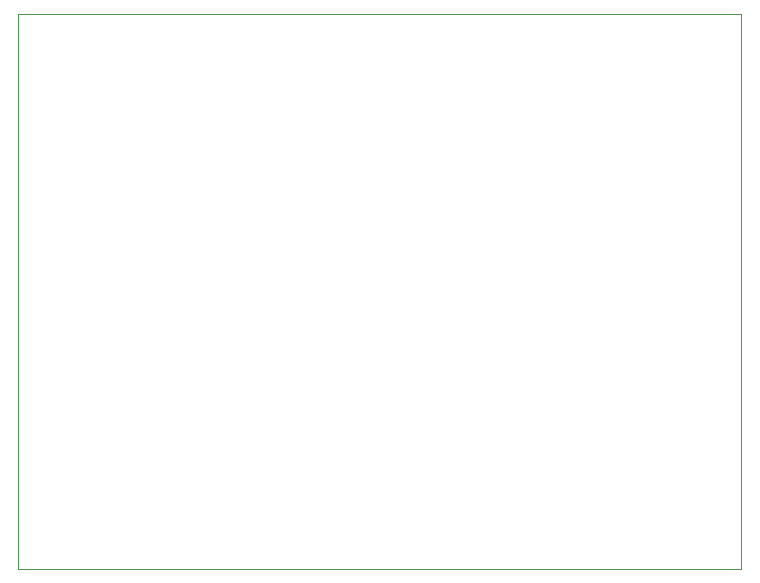
<source format=gbr>
%TF.GenerationSoftware,KiCad,Pcbnew,(5.1.6)-1*%
%TF.CreationDate,2020-05-27T22:40:41+03:00*%
%TF.ProjectId,MD-100 Emulator,4d442d31-3030-4204-956d-756c61746f72,rev?*%
%TF.SameCoordinates,Original*%
%TF.FileFunction,Profile,NP*%
%FSLAX46Y46*%
G04 Gerber Fmt 4.6, Leading zero omitted, Abs format (unit mm)*
G04 Created by KiCad (PCBNEW (5.1.6)-1) date 2020-05-27 22:40:41*
%MOMM*%
%LPD*%
G01*
G04 APERTURE LIST*
%TA.AperFunction,Profile*%
%ADD10C,0.050000*%
%TD*%
G04 APERTURE END LIST*
D10*
X87376000Y-138430000D02*
X87376000Y-91440000D01*
X148590000Y-138430000D02*
X87376000Y-138430000D01*
X148590000Y-91440000D02*
X148590000Y-138430000D01*
X87376000Y-91440000D02*
X148590000Y-91440000D01*
M02*

</source>
